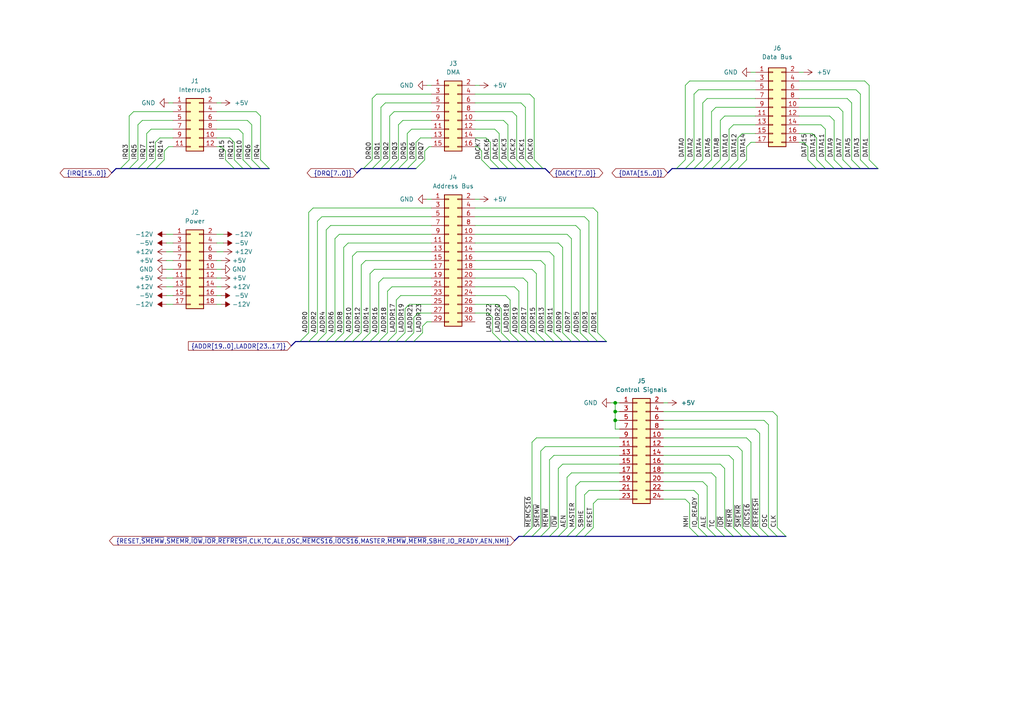
<source format=kicad_sch>
(kicad_sch (version 20211123) (generator eeschema)
  (paper "A4")
  (lib_symbols
    (symbol "Connector_Generic:Conn_02x06_Odd_Even" (pin_names (offset 1.016) hide)
      (property "Reference" "J" (at 1.27 7.62 0))
      (property "Value" "Conn_02x06_Odd_Even" (at 1.27 -10.16 0))
      (symbol "Conn_02x06_Odd_Even_1_1"
        (pin passive line (at -5.08 5.08 0) (length 3.81) (name "Pin_1") (number "1"))
        (pin passive line (at 7.62 -5.08 180) (length 3.81) (name "Pin_10") (number "10"))
        (pin passive line (at -5.08 -7.62 0) (length 3.81) (name "Pin_11") (number "11"))
        (pin passive line (at 7.62 -7.62 180) (length 3.81) (name "Pin_12") (number "12"))
        (pin passive line (at 7.62 5.08 180) (length 3.81) (name "Pin_2") (number "2"))
        (pin passive line (at -5.08 2.54 0) (length 3.81) (name "Pin_3") (number "3"))
        (pin passive line (at 7.62 2.54 180) (length 3.81) (name "Pin_4") (number "4"))
        (pin passive line (at -5.08 0 0) (length 3.81) (name "Pin_5") (number "5"))
        (pin passive line (at 7.62 0 180) (length 3.81) (name "Pin_6") (number "6"))
        (pin passive line (at -5.08 -2.54 0) (length 3.81) (name "Pin_7") (number "7"))
        (pin passive line (at 7.62 -2.54 180) (length 3.81) (name "Pin_8") (number "8"))
        (pin passive line (at -5.08 -5.08 0) (length 3.81) (name "Pin_9") (number "9"))
      )
    )
    (symbol "Connector_Generic:Conn_02x08_Odd_Even" (pin_names (offset 1.016) hide)
      (property "Reference" "J" (at 1.27 10.16 0))
      (property "Value" "Conn_02x08_Odd_Even" (at 1.27 -12.7 0))
      (symbol "Conn_02x08_Odd_Even_1_1"
        (pin passive line (at -5.08 7.62 0) (length 3.81) (name "Pin_1") (number "1"))
        (pin passive line (at 7.62 -2.54 180) (length 3.81) (name "Pin_10") (number "10"))
        (pin passive line (at -5.08 -5.08 0) (length 3.81) (name "Pin_11") (number "11"))
        (pin passive line (at 7.62 -5.08 180) (length 3.81) (name "Pin_12") (number "12"))
        (pin passive line (at -5.08 -7.62 0) (length 3.81) (name "Pin_13") (number "13"))
        (pin passive line (at 7.62 -7.62 180) (length 3.81) (name "Pin_14") (number "14"))
        (pin passive line (at -5.08 -10.16 0) (length 3.81) (name "Pin_15") (number "15"))
        (pin passive line (at 7.62 -10.16 180) (length 3.81) (name "Pin_16") (number "16"))
        (pin passive line (at 7.62 7.62 180) (length 3.81) (name "Pin_2") (number "2"))
        (pin passive line (at -5.08 5.08 0) (length 3.81) (name "Pin_3") (number "3"))
        (pin passive line (at 7.62 5.08 180) (length 3.81) (name "Pin_4") (number "4"))
        (pin passive line (at -5.08 2.54 0) (length 3.81) (name "Pin_5") (number "5"))
        (pin passive line (at 7.62 2.54 180) (length 3.81) (name "Pin_6") (number "6"))
        (pin passive line (at -5.08 0 0) (length 3.81) (name "Pin_7") (number "7"))
        (pin passive line (at 7.62 0 180) (length 3.81) (name "Pin_8") (number "8"))
        (pin passive line (at -5.08 -2.54 0) (length 3.81) (name "Pin_9") (number "9"))
      )
    )
    (symbol "Connector_Generic:Conn_02x09_Odd_Even" (pin_names (offset 1.016) hide)
      (property "Reference" "J" (at 1.27 12.7 0))
      (property "Value" "Conn_02x09_Odd_Even" (at 1.27 -12.7 0))
      (symbol "Conn_02x09_Odd_Even_1_1"
        (pin passive line (at -5.08 10.16 0) (length 3.81) (name "Pin_1") (number "1"))
        (pin passive line (at 7.62 0 180) (length 3.81) (name "Pin_10") (number "10"))
        (pin passive line (at -5.08 -2.54 0) (length 3.81) (name "Pin_11") (number "11"))
        (pin passive line (at 7.62 -2.54 180) (length 3.81) (name "Pin_12") (number "12"))
        (pin passive line (at -5.08 -5.08 0) (length 3.81) (name "Pin_13") (number "13"))
        (pin passive line (at 7.62 -5.08 180) (length 3.81) (name "Pin_14") (number "14"))
        (pin passive line (at -5.08 -7.62 0) (length 3.81) (name "Pin_15") (number "15"))
        (pin passive line (at 7.62 -7.62 180) (length 3.81) (name "Pin_16") (number "16"))
        (pin passive line (at -5.08 -10.16 0) (length 3.81) (name "Pin_17") (number "17"))
        (pin passive line (at 7.62 -10.16 180) (length 3.81) (name "Pin_18") (number "18"))
        (pin passive line (at 7.62 10.16 180) (length 3.81) (name "Pin_2") (number "2"))
        (pin passive line (at -5.08 7.62 0) (length 3.81) (name "Pin_3") (number "3"))
        (pin passive line (at 7.62 7.62 180) (length 3.81) (name "Pin_4") (number "4"))
        (pin passive line (at -5.08 5.08 0) (length 3.81) (name "Pin_5") (number "5"))
        (pin passive line (at 7.62 5.08 180) (length 3.81) (name "Pin_6") (number "6"))
        (pin passive line (at -5.08 2.54 0) (length 3.81) (name "Pin_7") (number "7"))
        (pin passive line (at 7.62 2.54 180) (length 3.81) (name "Pin_8") (number "8"))
        (pin passive line (at -5.08 0 0) (length 3.81) (name "Pin_9") (number "9"))
      )
    )
    (symbol "Connector_Generic:Conn_02x12_Odd_Even" (pin_names (offset 1.016) hide)
      (property "Reference" "J" (at 1.27 15.24 0))
      (property "Value" "Conn_02x12_Odd_Even" (at 1.27 -17.78 0))
      (symbol "Conn_02x12_Odd_Even_1_1"
        (pin passive line (at -5.08 12.7 0) (length 3.81) (name "Pin_1") (number "1"))
        (pin passive line (at 7.62 2.54 180) (length 3.81) (name "Pin_10") (number "10"))
        (pin passive line (at -5.08 0 0) (length 3.81) (name "Pin_11") (number "11"))
        (pin passive line (at 7.62 0 180) (length 3.81) (name "Pin_12") (number "12"))
        (pin passive line (at -5.08 -2.54 0) (length 3.81) (name "Pin_13") (number "13"))
        (pin passive line (at 7.62 -2.54 180) (length 3.81) (name "Pin_14") (number "14"))
        (pin passive line (at -5.08 -5.08 0) (length 3.81) (name "Pin_15") (number "15"))
        (pin passive line (at 7.62 -5.08 180) (length 3.81) (name "Pin_16") (number "16"))
        (pin passive line (at -5.08 -7.62 0) (length 3.81) (name "Pin_17") (number "17"))
        (pin passive line (at 7.62 -7.62 180) (length 3.81) (name "Pin_18") (number "18"))
        (pin passive line (at -5.08 -10.16 0) (length 3.81) (name "Pin_19") (number "19"))
        (pin passive line (at 7.62 12.7 180) (length 3.81) (name "Pin_2") (number "2"))
        (pin passive line (at 7.62 -10.16 180) (length 3.81) (name "Pin_20") (number "20"))
        (pin passive line (at -5.08 -12.7 0) (length 3.81) (name "Pin_21") (number "21"))
        (pin passive line (at 7.62 -12.7 180) (length 3.81) (name "Pin_22") (number "22"))
        (pin passive line (at -5.08 -15.24 0) (length 3.81) (name "Pin_23") (number "23"))
        (pin passive line (at 7.62 -15.24 180) (length 3.81) (name "Pin_24") (number "24"))
        (pin passive line (at -5.08 10.16 0) (length 3.81) (name "Pin_3") (number "3"))
        (pin passive line (at 7.62 10.16 180) (length 3.81) (name "Pin_4") (number "4"))
        (pin passive line (at -5.08 7.62 0) (length 3.81) (name "Pin_5") (number "5"))
        (pin passive line (at 7.62 7.62 180) (length 3.81) (name "Pin_6") (number "6"))
        (pin passive line (at -5.08 5.08 0) (length 3.81) (name "Pin_7") (number "7"))
        (pin passive line (at 7.62 5.08 180) (length 3.81) (name "Pin_8") (number "8"))
        (pin passive line (at -5.08 2.54 0) (length 3.81) (name "Pin_9") (number "9"))
      )
    )
    (symbol "Connector_Generic:Conn_02x15_Odd_Even" (pin_names (offset 1.016) hide)
      (property "Reference" "J" (at 1.27 20.32 0))
      (property "Value" "Conn_02x15_Odd_Even" (at 1.27 -20.32 0))
      (symbol "Conn_02x15_Odd_Even_1_1"
        (pin passive line (at -5.08 17.78 0) (length 3.81) (name "Pin_1") (number "1"))
        (pin passive line (at 7.62 7.62 180) (length 3.81) (name "Pin_10") (number "10"))
        (pin passive line (at -5.08 5.08 0) (length 3.81) (name "Pin_11") (number "11"))
        (pin passive line (at 7.62 5.08 180) (length 3.81) (name "Pin_12") (number "12"))
        (pin passive line (at -5.08 2.54 0) (length 3.81) (name "Pin_13") (number "13"))
        (pin passive line (at 7.62 2.54 180) (length 3.81) (name "Pin_14") (number "14"))
        (pin passive line (at -5.08 0 0) (length 3.81) (name "Pin_15") (number "15"))
        (pin passive line (at 7.62 0 180) (length 3.81) (name "Pin_16") (number "16"))
        (pin passive line (at -5.08 -2.54 0) (length 3.81) (name "Pin_17") (number "17"))
        (pin passive line (at 7.62 -2.54 180) (length 3.81) (name "Pin_18") (number "18"))
        (pin passive line (at -5.08 -5.08 0) (length 3.81) (name "Pin_19") (number "19"))
        (pin passive line (at 7.62 17.78 180) (length 3.81) (name "Pin_2") (number "2"))
        (pin passive line (at 7.62 -5.08 180) (length 3.81) (name "Pin_20") (number "20"))
        (pin passive line (at -5.08 -7.62 0) (length 3.81) (name "Pin_21") (number "21"))
        (pin passive line (at 7.62 -7.62 180) (length 3.81) (name "Pin_22") (number "22"))
        (pin passive line (at -5.08 -10.16 0) (length 3.81) (name "Pin_23") (number "23"))
        (pin passive line (at 7.62 -10.16 180) (length 3.81) (name "Pin_24") (number "24"))
        (pin passive line (at -5.08 -12.7 0) (length 3.81) (name "Pin_25") (number "25"))
        (pin passive line (at 7.62 -12.7 180) (length 3.81) (name "Pin_26") (number "26"))
        (pin passive line (at -5.08 -15.24 0) (length 3.81) (name "Pin_27") (number "27"))
        (pin passive line (at 7.62 -15.24 180) (length 3.81) (name "Pin_28") (number "28"))
        (pin passive line (at -5.08 -17.78 0) (length 3.81) (name "Pin_29") (number "29"))
        (pin passive line (at -5.08 15.24 0) (length 3.81) (name "Pin_3") (number "3"))
        (pin passive line (at 7.62 -17.78 180) (length 3.81) (name "Pin_30") (number "30"))
        (pin passive line (at 7.62 15.24 180) (length 3.81) (name "Pin_4") (number "4"))
        (pin passive line (at -5.08 12.7 0) (length 3.81) (name "Pin_5") (number "5"))
        (pin passive line (at 7.62 12.7 180) (length 3.81) (name "Pin_6") (number "6"))
        (pin passive line (at -5.08 10.16 0) (length 3.81) (name "Pin_7") (number "7"))
        (pin passive line (at 7.62 10.16 180) (length 3.81) (name "Pin_8") (number "8"))
        (pin passive line (at -5.08 7.62 0) (length 3.81) (name "Pin_9") (number "9"))
      )
    )
    (symbol "power:+12V" (power) (pin_names (offset 0))
      (property "Value" "+12V" (at 0 3.556 0))
      (symbol "+12V_1_1"
        (pin power_in line (at 0 0 90) (length 0) hide (name "+12V") (number "1"))
      )
    )
    (symbol "power:+5V" (power) (pin_names (offset 0))
      (property "Value" "+5V" (at 0 3.556 0))
      (symbol "+5V_1_1"
        (pin power_in line (at 0 0 90) (length 0) hide (name "+5V") (number "1"))
      )
    )
    (symbol "power:-12V" (power) (pin_names (offset 0))
      (property "Value" "-12V" (at 0 3.81 0))
      (symbol "-12V_0_0"
        (pin power_in line (at 0 0 90) (length 0) hide (name "-12V") (number "1"))
      )
    )
    (symbol "power:-5V" (power) (pin_names (offset 0))
      (property "Value" "-5V" (at 0 3.81 0))
      (symbol "-5V_0_0"
        (pin power_in line (at 0 0 90) (length 0) hide (name "-5V") (number "1"))
      )
    )
    (symbol "power:GND" (power) (pin_names (offset 0))
      (property "Value" "GND" (at 0 -3.81 0))
      (symbol "GND_1_1"
        (pin power_in line (at 0 0 270) (length 0) hide (name "GND") (number "1"))
      )
    )
  )
  (junction (at 178.435 116.84))
  (junction (at 178.435 121.92))
  (junction (at 178.435 119.38))
  (bus_entry (at 113.03 48.895) (size 2.54 -2.54))
  (bus_entry (at 67.945 48.895) (size -2.54 -2.54))
  (bus_entry (at 152.4 48.895) (size -2.54 -2.54))
  (bus_entry (at 147.955 99.06) (size -2.54 -2.54))
  (bus_entry (at 45.085 48.895) (size 2.54 -2.54))
  (bus_entry (at 70.485 48.895) (size -2.54 -2.54))
  (bus_entry (at 149.86 48.895) (size -2.54 -2.54))
  (bus_entry (at 168.275 99.06) (size -2.54 -2.54))
  (bus_entry (at 75.565 48.895) (size -2.54 -2.54))
  (bus_entry (at 107.95 48.895) (size 2.54 -2.54))
  (bus_entry (at 158.115 99.06) (size -2.54 -2.54))
  (bus_entry (at 205.105 153.035) (size 2.54 2.54))
  (bus_entry (at 207.645 153.035) (size 2.54 2.54))
  (bus_entry (at 212.725 153.035) (size 2.54 2.54))
  (bus_entry (at 210.185 153.035) (size 2.54 2.54))
  (bus_entry (at 156.845 155.575) (size 2.54 -2.54))
  (bus_entry (at 154.305 155.575) (size 2.54 -2.54))
  (bus_entry (at 151.765 155.575) (size 2.54 -2.54))
  (bus_entry (at 169.545 155.575) (size 2.54 -2.54))
  (bus_entry (at 167.005 155.575) (size 2.54 -2.54))
  (bus_entry (at 164.465 155.575) (size 2.54 -2.54))
  (bus_entry (at 161.925 155.575) (size 2.54 -2.54))
  (bus_entry (at 159.385 155.575) (size 2.54 -2.54))
  (bus_entry (at 200.025 153.035) (size 2.54 2.54))
  (bus_entry (at 202.565 153.035) (size 2.54 2.54))
  (bus_entry (at 225.425 153.035) (size 2.54 2.54))
  (bus_entry (at 222.885 153.035) (size 2.54 2.54))
  (bus_entry (at 215.265 153.035) (size 2.54 2.54))
  (bus_entry (at 220.345 153.035) (size 2.54 2.54))
  (bus_entry (at 217.805 153.035) (size 2.54 2.54))
  (bus_entry (at 40.005 48.895) (size 2.54 -2.54))
  (bus_entry (at 173.355 99.06) (size -2.54 -2.54))
  (bus_entry (at 163.195 99.06) (size -2.54 -2.54))
  (bus_entry (at 165.735 99.06) (size -2.54 -2.54))
  (bus_entry (at 78.105 48.895) (size -2.54 -2.54))
  (bus_entry (at 34.925 48.895) (size 2.54 -2.54))
  (bus_entry (at 173.355 96.52) (size 2.54 2.54))
  (bus_entry (at 110.49 48.895) (size 2.54 -2.54))
  (bus_entry (at 120.015 99.06) (size 2.54 -2.54))
  (bus_entry (at 114.935 99.06) (size 2.54 -2.54))
  (bus_entry (at 112.395 99.06) (size 2.54 -2.54))
  (bus_entry (at 117.475 99.06) (size 2.54 -2.54))
  (bus_entry (at 104.775 99.06) (size 2.54 -2.54))
  (bus_entry (at 109.855 99.06) (size 2.54 -2.54))
  (bus_entry (at 107.315 99.06) (size 2.54 -2.54))
  (bus_entry (at 99.695 99.06) (size 2.54 -2.54))
  (bus_entry (at 97.155 99.06) (size 2.54 -2.54))
  (bus_entry (at 102.235 99.06) (size 2.54 -2.54))
  (bus_entry (at 86.995 99.06) (size 2.54 -2.54))
  (bus_entry (at 89.535 99.06) (size 2.54 -2.54))
  (bus_entry (at 92.075 99.06) (size 2.54 -2.54))
  (bus_entry (at 94.615 99.06) (size 2.54 -2.54))
  (bus_entry (at 145.415 99.06) (size -2.54 -2.54))
  (bus_entry (at 105.41 48.895) (size 2.54 -2.54))
  (bus_entry (at 147.32 48.895) (size -2.54 -2.54))
  (bus_entry (at 196.215 48.895) (size 2.54 -2.54))
  (bus_entry (at 160.655 99.06) (size -2.54 -2.54))
  (bus_entry (at 155.575 99.06) (size -2.54 -2.54))
  (bus_entry (at 142.24 48.895) (size -2.54 -2.54))
  (bus_entry (at 118.11 48.895) (size 2.54 -2.54))
  (bus_entry (at 115.57 48.895) (size 2.54 -2.54))
  (bus_entry (at 157.48 48.895) (size -2.54 -2.54))
  (bus_entry (at 153.035 99.06) (size -2.54 -2.54))
  (bus_entry (at 208.915 48.895) (size 2.54 -2.54))
  (bus_entry (at 211.455 48.895) (size 2.54 -2.54))
  (bus_entry (at 247.015 46.355) (size 2.54 2.54))
  (bus_entry (at 249.555 46.355) (size 2.54 2.54))
  (bus_entry (at 252.095 46.355) (size 2.54 2.54))
  (bus_entry (at 239.395 46.355) (size 2.54 2.54))
  (bus_entry (at 244.475 46.355) (size 2.54 2.54))
  (bus_entry (at 241.935 46.355) (size 2.54 2.54))
  (bus_entry (at 236.855 46.355) (size 2.54 2.54))
  (bus_entry (at 213.995 48.895) (size 2.54 -2.54))
  (bus_entry (at 203.835 48.895) (size 2.54 -2.54))
  (bus_entry (at 201.295 48.895) (size 2.54 -2.54))
  (bus_entry (at 198.755 48.895) (size 2.54 -2.54))
  (bus_entry (at 206.375 48.895) (size 2.54 -2.54))
  (bus_entry (at 120.65 48.895) (size 2.54 -2.54))
  (bus_entry (at 154.94 48.895) (size -2.54 -2.54))
  (bus_entry (at 150.495 99.06) (size -2.54 -2.54))
  (bus_entry (at 42.545 48.895) (size 2.54 -2.54))
  (bus_entry (at 170.815 99.06) (size -2.54 -2.54))
  (bus_entry (at 144.78 48.895) (size -2.54 -2.54))
  (bus_entry (at 37.465 48.895) (size 2.54 -2.54))
  (bus_entry (at 73.025 48.895) (size -2.54 -2.54))
  (wire (pts (xy 148.59 32.385) (xy 137.795 32.385)))
  (wire (pts (xy 219.075 33.655) (xy 210.185 33.655)))
  (wire (pts (xy 64.135 78.105) (xy 62.865 78.105)))
  (wire (pts (xy 142.24 46.355) (xy 142.24 41.275)))
  (bus (pts (xy 244.475 48.895) (xy 241.935 48.895)))
  (wire (pts (xy 142.24 41.275) (xy 140.97 40.005)))
  (wire (pts (xy 198.755 24.765) (xy 198.755 46.355)))
  (wire (pts (xy 231.775 36.195) (xy 238.125 36.195)))
  (wire (pts (xy 149.86 46.355) (xy 149.86 33.655)))
  (bus (pts (xy 227.965 155.575) (xy 225.425 155.575)))
  (wire (pts (xy 64.135 42.545) (xy 65.405 43.815)))
  (wire (pts (xy 153.67 27.305) (xy 137.795 27.305)))
  (bus (pts (xy 241.935 48.895) (xy 239.395 48.895)))
  (wire (pts (xy 48.895 29.845) (xy 50.165 29.845)))
  (bus (pts (xy 109.855 99.06) (xy 107.315 99.06)))
  (wire (pts (xy 234.315 46.355) (xy 236.855 48.895)))
  (wire (pts (xy 121.92 40.005) (xy 125.095 40.005)))
  (wire (pts (xy 200.025 146.05) (xy 200.025 153.035)))
  (wire (pts (xy 231.775 41.275) (xy 233.045 41.275)))
  (wire (pts (xy 71.755 34.925) (xy 62.865 34.925)))
  (wire (pts (xy 243.205 31.115) (xy 244.475 32.385)))
  (wire (pts (xy 115.57 36.195) (xy 116.84 34.925)))
  (bus (pts (xy 104.775 48.895) (xy 105.41 48.895)))
  (wire (pts (xy 219.075 38.735) (xy 215.265 38.735)))
  (wire (pts (xy 208.915 134.62) (xy 192.405 134.62)))
  (wire (pts (xy 125.095 57.785) (xy 123.825 57.785)))
  (wire (pts (xy 50.165 88.265) (xy 48.26 88.265)))
  (wire (pts (xy 48.26 85.725) (xy 50.165 85.725)))
  (wire (pts (xy 159.385 73.025) (xy 160.655 74.295)))
  (bus (pts (xy 163.195 99.06) (xy 160.655 99.06)))
  (wire (pts (xy 165.735 69.215) (xy 165.735 96.52)))
  (wire (pts (xy 200.025 23.495) (xy 198.755 24.765)))
  (wire (pts (xy 219.075 41.275) (xy 217.805 41.275)))
  (wire (pts (xy 231.775 31.115) (xy 243.205 31.115)))
  (wire (pts (xy 150.495 84.455) (xy 150.495 96.52)))
  (wire (pts (xy 75.565 33.655) (xy 74.295 32.385)))
  (wire (pts (xy 202.565 143.51) (xy 202.565 153.035)))
  (wire (pts (xy 124.46 42.545) (xy 125.095 42.545)))
  (bus (pts (xy 175.895 99.06) (xy 173.355 99.06)))
  (wire (pts (xy 164.465 67.945) (xy 165.735 69.215)))
  (wire (pts (xy 179.705 116.84) (xy 178.435 116.84)))
  (wire (pts (xy 147.32 46.355) (xy 147.32 36.195)))
  (wire (pts (xy 156.845 130.81) (xy 156.845 153.035)))
  (wire (pts (xy 219.075 23.495) (xy 200.025 23.495)))
  (wire (pts (xy 37.465 46.355) (xy 37.465 33.655)))
  (wire (pts (xy 114.3 32.385) (xy 125.095 32.385)))
  (bus (pts (xy 105.41 48.895) (xy 107.95 48.895)))
  (wire (pts (xy 206.375 137.16) (xy 192.405 137.16)))
  (wire (pts (xy 252.095 24.765) (xy 252.095 46.355)))
  (wire (pts (xy 236.855 40.005) (xy 236.855 46.355)))
  (wire (pts (xy 178.435 121.92) (xy 178.435 119.38)))
  (wire (pts (xy 156.845 75.565) (xy 158.115 76.835)))
  (wire (pts (xy 172.085 60.325) (xy 137.795 60.325)))
  (bus (pts (xy 149.86 48.895) (xy 152.4 48.895)))
  (wire (pts (xy 219.075 124.46) (xy 220.345 125.73)))
  (wire (pts (xy 116.205 85.725) (xy 125.095 85.725)))
  (wire (pts (xy 90.805 60.325) (xy 89.535 61.595)))
  (wire (pts (xy 201.295 27.305) (xy 201.295 46.355)))
  (wire (pts (xy 231.775 26.035) (xy 248.285 26.035)))
  (bus (pts (xy 147.955 99.06) (xy 145.415 99.06)))
  (wire (pts (xy 163.195 134.62) (xy 161.925 135.89)))
  (wire (pts (xy 160.655 132.08) (xy 179.705 132.08)))
  (wire (pts (xy 95.885 65.405) (xy 94.615 66.675)))
  (bus (pts (xy 70.485 48.895) (xy 67.945 48.895)))
  (wire (pts (xy 179.705 119.38) (xy 178.435 119.38)))
  (bus (pts (xy 207.645 155.575) (xy 205.105 155.575)))
  (bus (pts (xy 92.075 99.06) (xy 89.535 99.06)))
  (wire (pts (xy 48.895 42.545) (xy 50.165 42.545)))
  (wire (pts (xy 93.345 62.865) (xy 125.095 62.865)))
  (wire (pts (xy 221.615 121.92) (xy 222.885 123.19)))
  (wire (pts (xy 219.075 26.035) (xy 202.565 26.035)))
  (bus (pts (xy 34.925 48.895) (xy 33.655 48.895)))
  (bus (pts (xy 155.575 99.06) (xy 153.035 99.06)))
  (wire (pts (xy 172.085 60.325) (xy 173.355 61.595)))
  (bus (pts (xy 152.4 48.895) (xy 154.94 48.895)))
  (wire (pts (xy 160.655 74.295) (xy 160.655 96.52)))
  (wire (pts (xy 92.075 64.135) (xy 92.075 96.52)))
  (wire (pts (xy 247.015 29.845) (xy 247.015 46.355)))
  (wire (pts (xy 50.165 78.105) (xy 48.26 78.105)))
  (wire (pts (xy 217.805 20.955) (xy 219.075 20.955)))
  (wire (pts (xy 37.465 33.655) (xy 38.735 32.385)))
  (wire (pts (xy 123.825 24.765) (xy 125.095 24.765)))
  (wire (pts (xy 122.555 94.615) (xy 122.555 96.52)))
  (wire (pts (xy 121.285 90.805) (xy 120.015 92.075)))
  (wire (pts (xy 165.735 137.16) (xy 179.705 137.16)))
  (wire (pts (xy 169.545 62.865) (xy 137.795 62.865)))
  (bus (pts (xy 84.455 100.33) (xy 85.725 99.06)))
  (bus (pts (xy 104.775 99.06) (xy 102.235 99.06)))
  (bus (pts (xy 158.115 48.895) (xy 159.385 50.165)))
  (wire (pts (xy 158.115 76.835) (xy 158.115 96.52)))
  (wire (pts (xy 43.815 37.465) (xy 42.545 38.735)))
  (wire (pts (xy 151.765 80.645) (xy 153.035 81.915)))
  (wire (pts (xy 154.94 28.575) (xy 153.67 27.305)))
  (bus (pts (xy 37.465 48.895) (xy 34.925 48.895)))
  (wire (pts (xy 100.965 70.485) (xy 125.095 70.485)))
  (wire (pts (xy 217.805 128.27) (xy 217.805 153.035)))
  (bus (pts (xy 107.315 99.06) (xy 104.775 99.06)))
  (wire (pts (xy 219.075 28.575) (xy 205.105 28.575)))
  (wire (pts (xy 147.955 86.995) (xy 147.955 96.52)))
  (bus (pts (xy 247.015 48.895) (xy 244.475 48.895)))
  (wire (pts (xy 50.165 83.185) (xy 48.26 83.185)))
  (wire (pts (xy 99.695 71.755) (xy 99.695 96.52)))
  (bus (pts (xy 67.945 48.895) (xy 45.085 48.895)))
  (wire (pts (xy 159.385 133.35) (xy 159.385 153.035)))
  (wire (pts (xy 118.745 88.265) (xy 117.475 89.535)))
  (wire (pts (xy 220.345 125.73) (xy 220.345 153.035)))
  (wire (pts (xy 168.275 66.675) (xy 168.275 96.52)))
  (bus (pts (xy 97.155 99.06) (xy 94.615 99.06)))
  (wire (pts (xy 47.625 46.355) (xy 47.625 43.815)))
  (wire (pts (xy 178.435 124.46) (xy 178.435 121.92)))
  (bus (pts (xy 117.475 99.06) (xy 114.935 99.06)))
  (wire (pts (xy 109.855 81.915) (xy 109.855 96.52)))
  (wire (pts (xy 103.505 73.025) (xy 125.095 73.025)))
  (wire (pts (xy 213.995 129.54) (xy 192.405 129.54)))
  (bus (pts (xy 157.48 48.895) (xy 158.115 48.895)))
  (wire (pts (xy 103.505 73.025) (xy 102.235 74.295)))
  (wire (pts (xy 107.95 46.355) (xy 107.95 28.575)))
  (wire (pts (xy 90.805 60.325) (xy 125.095 60.325)))
  (wire (pts (xy 151.13 29.845) (xy 137.795 29.845)))
  (wire (pts (xy 206.375 137.16) (xy 207.645 138.43)))
  (wire (pts (xy 231.775 23.495) (xy 250.825 23.495)))
  (wire (pts (xy 64.135 83.185) (xy 62.865 83.185)))
  (wire (pts (xy 64.77 67.945) (xy 62.865 67.945)))
  (wire (pts (xy 47.625 43.815) (xy 48.895 42.545)))
  (wire (pts (xy 210.185 135.89) (xy 210.185 153.035)))
  (wire (pts (xy 65.405 46.355) (xy 65.405 43.815)))
  (bus (pts (xy 158.115 99.06) (xy 155.575 99.06)))
  (wire (pts (xy 115.57 46.355) (xy 115.57 36.195)))
  (wire (pts (xy 212.725 36.195) (xy 211.455 37.465)))
  (wire (pts (xy 219.075 36.195) (xy 212.725 36.195)))
  (wire (pts (xy 66.675 40.005) (xy 62.865 40.005)))
  (wire (pts (xy 222.885 123.19) (xy 222.885 153.035)))
  (wire (pts (xy 147.32 36.195) (xy 146.05 34.925)))
  (bus (pts (xy 220.345 155.575) (xy 217.805 155.575)))
  (wire (pts (xy 201.295 142.24) (xy 192.405 142.24)))
  (wire (pts (xy 169.545 143.51) (xy 169.545 153.035)))
  (wire (pts (xy 249.555 27.305) (xy 249.555 46.355)))
  (bus (pts (xy 102.235 99.06) (xy 99.695 99.06)))
  (wire (pts (xy 38.735 32.385) (xy 50.165 32.385)))
  (wire (pts (xy 170.815 142.24) (xy 169.545 143.51)))
  (bus (pts (xy 154.305 155.575) (xy 151.765 155.575)))
  (wire (pts (xy 211.455 132.08) (xy 192.405 132.08)))
  (wire (pts (xy 118.745 88.265) (xy 125.095 88.265)))
  (wire (pts (xy 168.275 139.7) (xy 179.705 139.7)))
  (wire (pts (xy 107.95 28.575) (xy 109.22 27.305)))
  (bus (pts (xy 213.995 48.895) (xy 211.455 48.895)))
  (wire (pts (xy 40.005 46.355) (xy 40.005 36.195)))
  (wire (pts (xy 46.355 40.005) (xy 50.165 40.005)))
  (wire (pts (xy 112.395 84.455) (xy 112.395 96.52)))
  (bus (pts (xy 42.545 48.895) (xy 40.005 48.895)))
  (wire (pts (xy 216.535 127) (xy 192.405 127)))
  (wire (pts (xy 144.78 38.735) (xy 143.51 37.465)))
  (wire (pts (xy 154.94 46.355) (xy 154.94 28.575)))
  (bus (pts (xy 198.755 48.895) (xy 196.215 48.895)))
  (wire (pts (xy 50.165 75.565) (xy 48.26 75.565)))
  (wire (pts (xy 113.665 83.185) (xy 112.395 84.455)))
  (wire (pts (xy 216.535 127) (xy 217.805 128.27)))
  (wire (pts (xy 50.165 34.925) (xy 41.275 34.925)))
  (wire (pts (xy 245.745 28.575) (xy 247.015 29.845)))
  (wire (pts (xy 137.795 90.805) (xy 141.605 90.805)))
  (wire (pts (xy 139.7 43.815) (xy 138.43 42.545)))
  (wire (pts (xy 206.375 32.385) (xy 206.375 46.355)))
  (wire (pts (xy 64.135 80.645) (xy 62.865 80.645)))
  (bus (pts (xy 75.565 48.895) (xy 73.025 48.895)))
  (wire (pts (xy 152.4 31.115) (xy 151.13 29.845)))
  (wire (pts (xy 117.475 89.535) (xy 117.475 96.52)))
  (wire (pts (xy 111.76 29.845) (xy 125.095 29.845)))
  (wire (pts (xy 106.045 75.565) (xy 104.775 76.835)))
  (wire (pts (xy 104.775 76.835) (xy 104.775 96.52)))
  (bus (pts (xy 159.385 155.575) (xy 156.845 155.575)))
  (wire (pts (xy 95.885 65.405) (xy 125.095 65.405)))
  (wire (pts (xy 70.485 46.355) (xy 70.485 38.735)))
  (wire (pts (xy 207.645 138.43) (xy 207.645 153.035)))
  (bus (pts (xy 167.005 155.575) (xy 164.465 155.575)))
  (wire (pts (xy 144.145 88.265) (xy 137.795 88.265)))
  (wire (pts (xy 139.7 46.355) (xy 139.7 43.815)))
  (bus (pts (xy 165.735 99.06) (xy 163.195 99.06)))
  (wire (pts (xy 98.425 67.945) (xy 97.155 69.215)))
  (wire (pts (xy 160.655 132.08) (xy 159.385 133.35)))
  (bus (pts (xy 89.535 99.06) (xy 86.995 99.06)))
  (wire (pts (xy 74.295 32.385) (xy 62.865 32.385)))
  (wire (pts (xy 48.26 80.645) (xy 50.165 80.645)))
  (wire (pts (xy 159.385 73.025) (xy 137.795 73.025)))
  (bus (pts (xy 142.24 48.895) (xy 144.78 48.895)))
  (wire (pts (xy 198.755 144.78) (xy 200.025 146.05)))
  (wire (pts (xy 158.115 129.54) (xy 156.845 130.81)))
  (wire (pts (xy 155.575 127) (xy 154.305 128.27)))
  (wire (pts (xy 240.665 33.655) (xy 241.935 34.925)))
  (wire (pts (xy 161.925 70.485) (xy 137.795 70.485)))
  (bus (pts (xy 110.49 48.895) (xy 113.03 48.895)))
  (wire (pts (xy 64.135 75.565) (xy 62.865 75.565)))
  (wire (pts (xy 108.585 78.105) (xy 107.315 79.375)))
  (wire (pts (xy 244.475 32.385) (xy 244.475 46.355)))
  (wire (pts (xy 170.815 142.24) (xy 179.705 142.24)))
  (wire (pts (xy 205.105 28.575) (xy 203.835 29.845)))
  (wire (pts (xy 202.565 26.035) (xy 201.295 27.305)))
  (wire (pts (xy 178.435 121.92) (xy 179.705 121.92)))
  (wire (pts (xy 167.005 65.405) (xy 137.795 65.405)))
  (bus (pts (xy 225.425 155.575) (xy 222.885 155.575)))
  (wire (pts (xy 154.305 78.105) (xy 155.575 79.375)))
  (wire (pts (xy 100.965 70.485) (xy 99.695 71.755)))
  (wire (pts (xy 241.935 34.925) (xy 241.935 46.355)))
  (wire (pts (xy 233.045 41.275) (xy 234.315 42.545)))
  (wire (pts (xy 224.155 119.38) (xy 225.425 120.65)))
  (wire (pts (xy 109.22 27.305) (xy 125.095 27.305)))
  (wire (pts (xy 231.775 28.575) (xy 245.745 28.575)))
  (wire (pts (xy 144.145 88.265) (xy 145.415 89.535)))
  (bus (pts (xy 164.465 155.575) (xy 161.925 155.575)))
  (bus (pts (xy 168.275 99.06) (xy 165.735 99.06)))
  (bus (pts (xy 169.545 155.575) (xy 167.005 155.575)))
  (wire (pts (xy 146.685 85.725) (xy 137.795 85.725)))
  (wire (pts (xy 211.455 37.465) (xy 211.455 46.355)))
  (wire (pts (xy 113.03 46.355) (xy 113.03 33.655)))
  (wire (pts (xy 238.125 36.195) (xy 239.395 37.465)))
  (wire (pts (xy 70.485 38.735) (xy 69.215 37.465)))
  (wire (pts (xy 116.84 34.925) (xy 125.095 34.925)))
  (wire (pts (xy 137.795 24.765) (xy 139.065 24.765)))
  (bus (pts (xy 156.845 155.575) (xy 154.305 155.575)))
  (wire (pts (xy 73.025 36.195) (xy 71.755 34.925)))
  (wire (pts (xy 205.105 140.97) (xy 205.105 153.035)))
  (wire (pts (xy 64.77 73.025) (xy 62.865 73.025)))
  (bus (pts (xy 161.925 155.575) (xy 159.385 155.575)))
  (wire (pts (xy 75.565 33.655) (xy 75.565 46.355)))
  (bus (pts (xy 150.495 155.575) (xy 151.765 155.575)))
  (bus (pts (xy 144.78 48.895) (xy 147.32 48.895)))
  (wire (pts (xy 119.38 37.465) (xy 125.095 37.465)))
  (wire (pts (xy 211.455 132.08) (xy 212.725 133.35)))
  (wire (pts (xy 151.765 80.645) (xy 137.795 80.645)))
  (wire (pts (xy 97.155 69.215) (xy 97.155 96.52)))
  (wire (pts (xy 203.835 139.7) (xy 192.405 139.7)))
  (wire (pts (xy 142.875 92.075) (xy 142.875 96.52)))
  (bus (pts (xy 206.375 48.895) (xy 203.835 48.895)))
  (wire (pts (xy 69.215 37.465) (xy 62.865 37.465)))
  (wire (pts (xy 50.165 67.945) (xy 48.26 67.945)))
  (wire (pts (xy 120.65 46.355) (xy 120.65 41.275)))
  (bus (pts (xy 103.505 50.165) (xy 104.775 48.895)))
  (wire (pts (xy 155.575 127) (xy 179.705 127)))
  (wire (pts (xy 64.135 29.845) (xy 62.865 29.845)))
  (wire (pts (xy 67.945 46.355) (xy 67.945 41.275)))
  (wire (pts (xy 141.605 90.805) (xy 142.875 92.075)))
  (bus (pts (xy 40.005 48.895) (xy 37.465 48.895)))
  (wire (pts (xy 143.51 37.465) (xy 137.795 37.465)))
  (bus (pts (xy 222.885 155.575) (xy 220.345 155.575)))
  (wire (pts (xy 178.435 119.38) (xy 178.435 116.84)))
  (wire (pts (xy 239.395 37.465) (xy 239.395 46.355)))
  (wire (pts (xy 137.795 57.785) (xy 139.065 57.785)))
  (wire (pts (xy 111.76 29.845) (xy 110.49 31.115)))
  (wire (pts (xy 155.575 79.375) (xy 155.575 96.52)))
  (wire (pts (xy 145.415 89.535) (xy 145.415 96.52)))
  (wire (pts (xy 48.26 73.025) (xy 50.165 73.025)))
  (wire (pts (xy 234.315 42.545) (xy 234.315 46.355)))
  (wire (pts (xy 198.755 144.78) (xy 192.405 144.78)))
  (wire (pts (xy 178.435 116.84) (xy 177.165 116.84)))
  (wire (pts (xy 231.775 38.735) (xy 235.585 38.735)))
  (bus (pts (xy 210.185 155.575) (xy 207.645 155.575)))
  (wire (pts (xy 111.125 80.645) (xy 125.095 80.645)))
  (wire (pts (xy 201.295 142.24) (xy 202.565 143.51)))
  (wire (pts (xy 158.115 129.54) (xy 179.705 129.54)))
  (wire (pts (xy 163.195 71.755) (xy 163.195 96.52)))
  (wire (pts (xy 154.305 78.105) (xy 137.795 78.105)))
  (wire (pts (xy 161.925 135.89) (xy 161.925 153.035)))
  (bus (pts (xy 208.915 48.895) (xy 206.375 48.895)))
  (wire (pts (xy 193.675 116.84) (xy 192.405 116.84)))
  (wire (pts (xy 62.865 42.545) (xy 64.135 42.545)))
  (bus (pts (xy 254.635 48.895) (xy 252.095 48.895)))
  (wire (pts (xy 235.585 38.735) (xy 236.855 40.005)))
  (wire (pts (xy 168.275 139.7) (xy 167.005 140.97)))
  (wire (pts (xy 173.355 144.78) (xy 179.705 144.78)))
  (wire (pts (xy 137.795 40.005) (xy 140.97 40.005)))
  (wire (pts (xy 154.305 128.27) (xy 154.305 153.035)))
  (wire (pts (xy 224.155 119.38) (xy 192.405 119.38)))
  (wire (pts (xy 164.465 67.945) (xy 137.795 67.945)))
  (wire (pts (xy 170.815 64.135) (xy 170.815 96.52)))
  (bus (pts (xy 147.32 48.895) (xy 149.86 48.895)))
  (wire (pts (xy 114.935 86.995) (xy 114.935 96.52)))
  (wire (pts (xy 108.585 78.105) (xy 125.095 78.105)))
  (wire (pts (xy 216.535 42.545) (xy 216.535 46.355)))
  (wire (pts (xy 146.05 34.925) (xy 137.795 34.925)))
  (wire (pts (xy 212.725 133.35) (xy 212.725 153.035)))
  (wire (pts (xy 207.645 31.115) (xy 206.375 32.385)))
  (bus (pts (xy 202.565 155.575) (xy 169.545 155.575)))
  (bus (pts (xy 150.495 99.06) (xy 147.955 99.06)))
  (wire (pts (xy 215.265 38.735) (xy 213.995 40.005)))
  (wire (pts (xy 62.865 70.485) (xy 64.77 70.485)))
  (wire (pts (xy 42.545 46.355) (xy 42.545 38.735)))
  (wire (pts (xy 50.165 70.485) (xy 48.26 70.485)))
  (wire (pts (xy 73.025 46.355) (xy 73.025 36.195)))
  (wire (pts (xy 149.225 83.185) (xy 137.795 83.185)))
  (wire (pts (xy 213.995 129.54) (xy 215.265 130.81)))
  (wire (pts (xy 248.285 26.035) (xy 249.555 27.305)))
  (wire (pts (xy 172.085 146.05) (xy 172.085 153.035)))
  (wire (pts (xy 138.43 42.545) (xy 137.795 42.545)))
  (bus (pts (xy 160.655 99.06) (xy 158.115 99.06)))
  (wire (pts (xy 67.945 41.275) (xy 66.675 40.005)))
  (bus (pts (xy 252.095 48.895) (xy 249.555 48.895)))
  (wire (pts (xy 153.035 81.915) (xy 153.035 96.52)))
  (wire (pts (xy 215.265 130.81) (xy 215.265 153.035)))
  (wire (pts (xy 118.11 46.355) (xy 118.11 38.735)))
  (wire (pts (xy 203.835 139.7) (xy 205.105 140.97)))
  (wire (pts (xy 165.735 137.16) (xy 164.465 138.43)))
  (wire (pts (xy 217.805 41.275) (xy 216.535 42.545)))
  (bus (pts (xy 45.085 48.895) (xy 42.545 48.895)))
  (wire (pts (xy 208.915 34.925) (xy 208.915 46.355)))
  (wire (pts (xy 110.49 46.355) (xy 110.49 31.115)))
  (wire (pts (xy 208.915 134.62) (xy 210.185 135.89)))
  (bus (pts (xy 99.695 99.06) (xy 97.155 99.06)))
  (bus (pts (xy 115.57 48.895) (xy 118.11 48.895)))
  (wire (pts (xy 116.205 85.725) (xy 114.935 86.995)))
  (bus (pts (xy 118.11 48.895) (xy 120.65 48.895)))
  (bus (pts (xy 170.815 99.06) (xy 168.275 99.06)))
  (bus (pts (xy 86.995 99.06) (xy 85.725 99.06)))
  (bus (pts (xy 78.105 48.895) (xy 75.565 48.895)))
  (wire (pts (xy 50.165 37.465) (xy 43.815 37.465)))
  (wire (pts (xy 125.095 90.805) (xy 121.285 90.805)))
  (wire (pts (xy 64.135 85.725) (xy 62.865 85.725)))
  (bus (pts (xy 32.385 50.165) (xy 33.655 48.895)))
  (bus (pts (xy 94.615 99.06) (xy 92.075 99.06)))
  (wire (pts (xy 120.65 41.275) (xy 121.92 40.005)))
  (bus (pts (xy 113.03 48.895) (xy 115.57 48.895)))
  (bus (pts (xy 112.395 99.06) (xy 109.855 99.06)))
  (wire (pts (xy 111.125 80.645) (xy 109.855 81.915)))
  (wire (pts (xy 125.095 93.345) (xy 123.825 93.345)))
  (bus (pts (xy 107.95 48.895) (xy 110.49 48.895)))
  (wire (pts (xy 164.465 138.43) (xy 164.465 153.035)))
  (bus (pts (xy 212.725 155.575) (xy 210.185 155.575)))
  (wire (pts (xy 152.4 46.355) (xy 152.4 31.115)))
  (bus (pts (xy 154.94 48.895) (xy 157.48 48.895)))
  (wire (pts (xy 45.085 41.275) (xy 46.355 40.005)))
  (wire (pts (xy 219.075 31.115) (xy 207.645 31.115)))
  (wire (pts (xy 219.075 124.46) (xy 192.405 124.46)))
  (wire (pts (xy 106.045 75.565) (xy 125.095 75.565)))
  (wire (pts (xy 146.685 85.725) (xy 147.955 86.995)))
  (bus (pts (xy 249.555 48.895) (xy 247.015 48.895)))
  (wire (pts (xy 203.835 29.845) (xy 203.835 46.355)))
  (wire (pts (xy 231.775 33.655) (xy 240.665 33.655)))
  (wire (pts (xy 169.545 62.865) (xy 170.815 64.135)))
  (wire (pts (xy 167.005 65.405) (xy 168.275 66.675)))
  (bus (pts (xy 217.805 155.575) (xy 215.265 155.575)))
  (wire (pts (xy 123.825 93.345) (xy 122.555 94.615)))
  (wire (pts (xy 120.015 92.075) (xy 120.015 96.52)))
  (bus (pts (xy 120.015 99.06) (xy 145.415 99.06)))
  (wire (pts (xy 123.19 46.355) (xy 123.19 43.815)))
  (bus (pts (xy 196.215 48.895) (xy 194.945 48.895)))
  (bus (pts (xy 193.675 50.165) (xy 194.945 48.895)))
  (wire (pts (xy 144.78 46.355) (xy 144.78 38.735)))
  (wire (pts (xy 149.225 83.185) (xy 150.495 84.455)))
  (wire (pts (xy 233.045 20.955) (xy 231.775 20.955)))
  (wire (pts (xy 210.185 33.655) (xy 208.915 34.925)))
  (wire (pts (xy 161.925 70.485) (xy 163.195 71.755)))
  (wire (pts (xy 113.03 33.655) (xy 114.3 32.385)))
  (bus (pts (xy 173.355 99.06) (xy 170.815 99.06)))
  (wire (pts (xy 123.19 43.815) (xy 124.46 42.545)))
  (wire (pts (xy 173.355 144.78) (xy 172.085 146.05)))
  (bus (pts (xy 153.035 99.06) (xy 150.495 99.06)))
  (bus (pts (xy 149.225 156.845) (xy 150.495 155.575)))
  (wire (pts (xy 221.615 121.92) (xy 192.405 121.92)))
  (bus (pts (xy 205.105 155.575) (xy 202.565 155.575)))
  (bus (pts (xy 215.265 155.575) (xy 212.725 155.575)))
  (wire (pts (xy 250.825 23.495) (xy 252.095 24.765)))
  (wire (pts (xy 167.005 140.97) (xy 167.005 153.035)))
  (wire (pts (xy 62.865 88.265) (xy 64.135 88.265)))
  (wire (pts (xy 113.665 83.185) (xy 125.095 83.185)))
  (wire (pts (xy 98.425 67.945) (xy 125.095 67.945)))
  (wire (pts (xy 156.845 75.565) (xy 137.795 75.565)))
  (wire (pts (xy 89.535 61.595) (xy 89.535 96.52)))
  (bus (pts (xy 114.935 99.06) (xy 112.395 99.06)))
  (wire (pts (xy 173.355 61.595) (xy 173.355 96.52)))
  (bus (pts (xy 239.395 48.895) (xy 213.995 48.895)))
  (bus (pts (xy 73.025 48.895) (xy 70.485 48.895)))
  (bus (pts (xy 201.295 48.895) (xy 198.755 48.895)))
  (wire (pts (xy 93.345 62.865) (xy 92.075 64.135)))
  (wire (pts (xy 225.425 120.65) (xy 225.425 153.035)))
  (bus (pts (xy 203.835 48.895) (xy 201.295 48.895)))
  (bus (pts (xy 120.015 99.06) (xy 117.475 99.06)))
  (wire (pts (xy 118.11 38.735) (xy 119.38 37.465)))
  (wire (pts (xy 102.235 74.295) (xy 102.235 96.52)))
  (bus (pts (xy 211.455 48.895) (xy 208.915 48.895)))
  (wire (pts (xy 94.615 66.675) (xy 94.615 96.52)))
  (wire (pts (xy 41.275 34.925) (xy 40.005 36.195)))
  (wire (pts (xy 179.705 124.46) (xy 178.435 124.46)))
  (wire (pts (xy 149.86 33.655) (xy 148.59 32.385)))
  (wire (pts (xy 163.195 134.62) (xy 179.705 134.62)))
  (wire (pts (xy 45.085 46.355) (xy 45.085 41.275)))
  (wire (pts (xy 107.315 79.375) (xy 107.315 96.52)))
  (wire (pts (xy 213.995 40.005) (xy 213.995 46.355)))
  (label "MASTER" (at 167.005 153.035 90))
  (label "CLK" (at 225.425 153.035 90))
  (label "IRQ11" (at 45.085 46.355 90))
  (label "ADDR14" (at 107.315 96.52 90))
  (label "~{IOW}" (at 161.925 153.035 90))
  (label "ADDR1" (at 173.355 96.52 90))
  (label "LADDR21" (at 120.015 96.52 90))
  (label "DATA8" (at 208.915 45.72 90))
  (label "IRQ10" (at 70.485 46.355 90))
  (label "ADDR15" (at 155.575 96.52 90))
  (label "DATA2" (at 201.295 45.72 90))
  (label "~{MEMCS16}" (at 154.305 153.035 90))
  (label "~{IOR}" (at 210.185 153.035 90))
  (label "DACK3" (at 147.32 46.355 90))
  (label "DATA9" (at 241.935 45.72 90))
  (label "IRQ15" (at 65.405 46.355 90))
  (label "LADDR17" (at 114.935 96.52 90))
  (label "DACK5" (at 144.78 46.355 90))
  (label "IO_READY" (at 202.565 153.035 90))
  (label "ADDR3" (at 170.815 96.52 90))
  (label "IRQ12" (at 67.945 46.355 90))
  (label "IRQ7" (at 42.545 46.355 90))
  (label "DACK0" (at 154.94 46.355 90))
  (label "RESET" (at 172.085 153.035 90))
  (label "DRQ1" (at 110.49 46.355 90))
  (label "DATA11" (at 239.395 45.72 90))
  (label "DATA6" (at 206.375 45.72 90))
  (label "TC" (at 207.645 153.035 90))
  (label "DATA1" (at 252.095 45.72 90))
  (label "IRQ4" (at 75.565 46.355 90))
  (label "~{MEMW}" (at 159.385 153.035 90))
  (label "IRQ14" (at 47.625 46.355 90))
  (label "DATA13" (at 236.855 45.72 90))
  (label "ADDR9" (at 163.195 96.52 90))
  (label "ADDR10" (at 102.235 96.52 90))
  (label "ADDR19" (at 150.495 96.52 90))
  (label "DATA10" (at 211.455 45.72 90))
  (label "AEN" (at 164.465 153.035 90))
  (label "~{SMEMW}" (at 156.845 153.035 90))
  (label "ADDR6" (at 97.155 96.52 90))
  (label "DRQ0" (at 107.95 46.355 90))
  (label "LADDR18" (at 147.955 96.52 90))
  (label "ADDR18" (at 112.395 96.52 90))
  (label "ADDR17" (at 153.035 96.52 90))
  (label "DRQ7" (at 123.19 46.355 90))
  (label "LADDR19" (at 117.475 96.52 90))
  (label "LADDR22" (at 142.875 96.52 90))
  (label "DATA7" (at 244.475 45.72 90))
  (label "DACK7" (at 139.7 46.355 90))
  (label "DATA14" (at 216.535 45.72 90))
  (label "NMI" (at 200.025 153.035 90))
  (label "DRQ2" (at 113.03 46.355 90))
  (label "OSC" (at 222.885 153.035 90))
  (label "ALE" (at 205.105 153.035 90))
  (label "DATA4" (at 203.835 45.72 90))
  (label "~{MEMR}" (at 212.725 153.035 90))
  (label "DATA0" (at 198.755 45.72 90))
  (label "LADDR20" (at 145.415 96.52 90))
  (label "DATA15" (at 234.315 45.72 90))
  (label "ADDR5" (at 168.275 96.52 90))
  (label "DRQ6" (at 120.65 46.355 90))
  (label "ADDR0" (at 89.535 96.52 90))
  (label "ADDR11" (at 160.655 96.52 90))
  (label "DRQ5" (at 118.11 46.355 90))
  (label "DACK2" (at 149.86 46.355 90))
  (label "~{IOCS16}" (at 217.805 153.035 90))
  (label "DATA5" (at 247.015 45.72 90))
  (label "ADDR7" (at 165.735 96.52 90))
  (label "ADDR4" (at 94.615 96.52 90))
  (label "DATA3" (at 249.555 45.72 90))
  (label "ADDR16" (at 109.855 96.52 90))
  (label "~{REFRESH}" (at 220.345 153.035 90))
  (label "LADDR23" (at 122.555 96.52 90))
  (label "ADDR13" (at 158.115 96.52 90))
  (label "ADDR2" (at 92.075 96.52 90))
  (label "DRQ3" (at 115.57 46.355 90))
  (label "ADDR8" (at 99.695 96.52 90))
  (label "IRQ5" (at 40.005 46.355 90))
  (label "IRQ6" (at 73.025 46.355 90))
  (label "DATA12" (at 213.995 45.72 90))
  (label "DACK6" (at 142.24 46.355 90))
  (label "SBHE" (at 169.545 153.035 90))
  (label "ADDR12" (at 104.775 96.52 90))
  (label "DACK1" (at 152.4 46.355 90))
  (label "IRQ3" (at 37.465 46.355 90))
  (label "~{SMEMR}" (at 215.265 153.035 90))
  (global_label "{DRQ[7..0]}" (shape bidirectional) (at 103.505 50.165 180) (property "Intersheet References" "${INTERSHEET_REFS}" (at 90.2062 50.0856 0) (effects (justify right))))
  (global_label "{DACK[7..0]}" (shape bidirectional) (at 159.385 50.165 0) (property "Intersheet References" "${INTERSHEET_REFS}" (at 173.7119 50.0856 0) (effects (justify left))))
  (global_label "{RESET,~{SMEMW},~{SMEMR},~{IOW},~{IOR},~{REFRESH},CLK,TC,ALE,OSC,~{MEMCS16},~{IOCS16},MASTER,~{MEMW},~{MEMR},SBHE,IO_READY,AEN,NMI}" (shape bidirectional) (at 149.225 156.845 0) (property "Intersheet References" "${INTERSHEET_REFS}" (at 32.8748 156.9244 0) (effects (justify right))))
  (global_label "{IRQ[15..0]}" (shape bidirectional) (at 32.385 50.165 180) (property "Intersheet References" "${INTERSHEET_REFS}" (at 18.5419 50.0856 0) (effects (justify right))))
  (global_label "{ADDR[19..0],LADDR[23..17]}" (shape input) (at 84.455 100.33 180) (property "Intersheet References" "${INTERSHEET_REFS}" (at 54.6462 100.2506 0) (effects (justify right))))
  (global_label "{DATA[15..0]}" (shape bidirectional) (at 193.675 50.165 180) (property "Intersheet References" "${INTERSHEET_REFS}" (at 178.6224 50.0856 0) (effects (justify right))))
  (symbol (lib_id "power:+5V") (at 139.065 24.765 270) (unit 1)
    (property "Reference" "#PWR040" (effects hide))
    (property "Value" "+5V" (at 142.875 24.7649 90) (effects (justify left)))
  )
  (symbol (lib_id "power:+5V") (at 139.065 57.785 270) (unit 1)
    (property "Reference" "#PWR041" (effects hide))
    (property "Value" "+5V" (at 142.875 57.7849 90) (effects (justify left)))
  )
  (symbol (lib_id "power:-5V") (at 48.26 70.485 90) (unit 1)
    (property "Reference" "#PWR019" (effects hide))
    (property "Value" "-5V" (at 44.45 70.4849 90) (effects (justify left)))
  )
  (symbol (lib_id "power:+5V") (at 64.135 75.565 270) (unit 1)
    (property "Reference" "#PWR029" (effects hide))
    (property "Value" "+5V" (at 67.31 75.565 90) (effects (justify left)))
  )
  (symbol (lib_id "power:-12V") (at 64.77 67.945 270) (unit 1)
    (property "Reference" "#PWR035" (effects hide))
    (property "Value" "-12V" (at 67.945 67.9449 90) (effects (justify left)))
  )
  (symbol (lib_id "power:+12V") (at 64.77 73.025 270) (unit 1)
    (property "Reference" "#PWR037" (effects hide))
    (property "Value" "+12V" (at 67.945 73.0249 90) (effects (justify left)))
  )
  (symbol (lib_id "Connector_Generic:Conn_02x08_Odd_Even") (at 130.175 32.385 0) (unit 1)
    (property "Reference" "J3" (at 131.445 18.415 0))
    (property "Value" "DMA" (at 131.445 20.955 0))
    (property "Footprint" "Connector_PinHeader_2.54mm:PinHeader_2x08_P2.54mm_Vertical" (effects hide))
  )
  (symbol (lib_id "Connector_Generic:Conn_02x12_Odd_Even") (at 184.785 129.54 0) (unit 1)
    (property "Reference" "J5" (at 186.055 110.49 0))
    (property "Value" "Control Signals" (at 186.055 113.03 0))
    (property "Footprint" "Connector_PinHeader_2.54mm:PinHeader_2x12_P2.54mm_Vertical" (effects hide))
  )
  (symbol (lib_id "power:GND") (at 64.135 78.105 90) (unit 1)
    (property "Reference" "#PWR030" (effects hide))
    (property "Value" "GND" (at 67.31 78.1049 90) (effects (justify right)))
  )
  (symbol (lib_id "power:GND") (at 123.825 24.765 270) (unit 1)
    (property "Reference" "#PWR038" (effects hide))
    (property "Value" "GND" (at 120.015 24.7649 90) (effects (justify right)))
  )
  (symbol (lib_id "power:GND") (at 217.805 20.955 270) (unit 1)
    (property "Reference" "#PWR044" (effects hide))
    (property "Value" "GND" (at 213.995 20.9549 90) (effects (justify right)))
  )
  (symbol (lib_id "Connector_Generic:Conn_02x15_Odd_Even") (at 130.175 75.565 0) (unit 1)
    (property "Reference" "J4" (at 131.445 51.435 0))
    (property "Value" "Address Bus" (at 131.445 53.975 0))
    (property "Footprint" "Connector_PinHeader_2.54mm:PinHeader_2x15_P2.54mm_Vertical" (effects hide))
  )
  (symbol (lib_id "power:-5V") (at 64.77 70.485 270) (unit 1)
    (property "Reference" "#PWR036" (effects hide))
    (property "Value" "-5V" (at 67.945 70.4849 90) (effects (justify left)))
  )
  (symbol (lib_id "power:+12V") (at 48.26 73.025 90) (unit 1)
    (property "Reference" "#PWR020" (effects hide))
    (property "Value" "+12V" (at 44.45 73.0249 90) (effects (justify left)))
  )
  (symbol (lib_id "power:-5V") (at 64.135 85.725 270) (unit 1)
    (property "Reference" "#PWR033" (effects hide))
    (property "Value" "-5V" (at 67.945 85.7249 90) (effects (justify left)))
  )
  (symbol (lib_id "power:GND") (at 48.895 29.845 270) (unit 1)
    (property "Reference" "#PWR027" (effects hide))
    (property "Value" "GND" (at 45.085 29.8449 90) (effects (justify right)))
  )
  (symbol (lib_id "power:+5V") (at 233.045 20.955 270) (unit 1)
    (property "Reference" "#PWR045" (effects hide))
    (property "Value" "+5V" (at 236.855 20.9549 90) (effects (justify left)))
  )
  (symbol (lib_id "power:-12V") (at 48.26 88.265 90) (unit 1)
    (property "Reference" "#PWR026" (effects hide))
    (property "Value" "-12V" (at 44.45 88.2649 90) (effects (justify left)))
  )
  (symbol (lib_id "Connector_Generic:Conn_02x09_Odd_Even") (at 55.245 78.105 0) (unit 1)
    (property "Reference" "J2" (at 56.515 61.595 0))
    (property "Value" "Power" (at 56.515 64.135 0))
    (property "Footprint" "Connector_PinHeader_2.54mm:PinHeader_2x09_P2.54mm_Vertical" (effects hide))
  )
  (symbol (lib_id "power:-5V") (at 48.26 85.725 90) (unit 1)
    (property "Reference" "#PWR025" (effects hide))
    (property "Value" "-5V" (at 44.45 85.7249 90) (effects (justify left)))
  )
  (symbol (lib_id "power:-12V") (at 48.26 67.945 90) (unit 1)
    (property "Reference" "#PWR018" (effects hide))
    (property "Value" "-12V" (at 44.45 67.9449 90) (effects (justify left)))
  )
  (symbol (lib_id "power:+5V") (at 64.135 29.845 270) (unit 1)
    (property "Reference" "#PWR028" (effects hide))
    (property "Value" "+5V" (at 67.945 29.8449 90) (effects (justify left)))
  )
  (symbol (lib_id "power:+5V") (at 48.26 75.565 90) (unit 1)
    (property "Reference" "#PWR021" (effects hide))
    (property "Value" "+5V" (at 44.45 75.5649 90) (effects (justify left)))
  )
  (symbol (lib_id "power:+5V") (at 64.135 80.645 270) (unit 1)
    (property "Reference" "#PWR031" (effects hide))
    (property "Value" "+5V" (at 67.31 80.6449 90) (effects (justify left)))
  )
  (symbol (lib_id "power:GND") (at 177.165 116.84 270) (unit 1)
    (property "Reference" "#PWR042" (effects hide))
    (property "Value" "GND" (at 173.355 116.8399 90) (effects (justify right)))
  )
  (symbol (lib_id "power:GND") (at 123.825 57.785 270) (unit 1)
    (property "Reference" "#PWR039" (effects hide))
    (property "Value" "GND" (at 120.015 57.7849 90) (effects (justify right)))
  )
  (symbol (lib_id "Connector_Generic:Conn_02x06_Odd_Even") (at 55.245 34.925 0) (unit 1)
    (property "Reference" "J1" (at 56.515 23.495 0))
    (property "Value" "Interrupts" (at 56.515 26.035 0))
    (property "Footprint" "Connector_PinHeader_2.54mm:PinHeader_2x06_P2.54mm_Vertical" (effects hide))
  )
  (symbol (lib_id "power:GND") (at 48.26 78.105 270) (unit 1)
    (property "Reference" "#PWR022" (effects hide))
    (property "Value" "GND" (at 44.45 78.1049 90) (effects (justify right)))
  )
  (symbol (lib_id "power:+5V") (at 48.26 80.645 90) (unit 1)
    (property "Reference" "#PWR023" (effects hide))
    (property "Value" "+5V" (at 44.45 80.6449 90) (effects (justify left)))
  )
  (symbol (lib_id "power:+12V") (at 48.26 83.185 90) (unit 1)
    (property "Reference" "#PWR024" (effects hide))
    (property "Value" "+12V" (at 44.45 83.1849 90) (effects (justify left)))
  )
  (symbol (lib_id "power:+5V") (at 193.675 116.84 270) (unit 1)
    (property "Reference" "#PWR043" (effects hide))
    (property "Value" "+5V" (at 197.485 116.8399 90) (effects (justify left)))
  )
  (symbol (lib_id "power:-12V") (at 64.135 88.265 270) (unit 1)
    (property "Reference" "#PWR034" (effects hide))
    (property "Value" "-12V" (at 67.31 88.2649 90) (effects (justify left)))
  )
  (symbol (lib_id "power:+12V") (at 64.135 83.185 270) (unit 1)
    (property "Reference" "#PWR032" (effects hide))
    (property "Value" "+12V" (at 67.31 83.1849 90) (effects (justify left)))
  )
  (symbol (lib_id "Connector_Generic:Conn_02x09_Odd_Even") (at 224.155 31.115 0) (unit 1)
    (property "Reference" "J6" (at 225.425 13.97 0))
    (property "Value" "Data Bus" (at 225.425 16.51 0))
    (property "Footprint" "Connector_PinHeader_2.54mm:PinHeader_2x09_P2.54mm_Vertical" (effects hide))
  )
)
</source>
